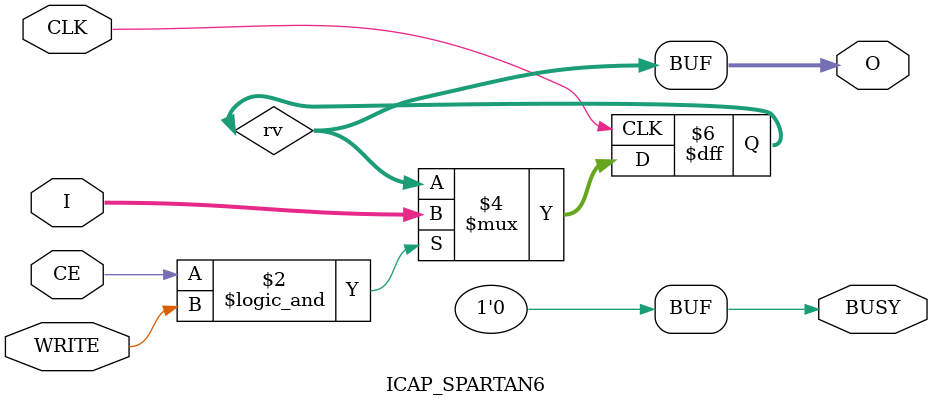
<source format=v>
module	ICAP_SPARTAN6(CLK, CE, WRITE, I, O, BUSY);
	input			CLK, CE, WRITE;
	input		[15:0]	I;
	output	wire	[15:0]	O;
	output	wire	BUSY;

	reg	[15:0]	rv;
	initial	rv = 16'h0000;
	always @(posedge CLK)
		if ((CE)&&(WRITE))
			rv <= I;
	assign	O = rv;
	assign	BUSY = 1'b0;
endmodule

</source>
